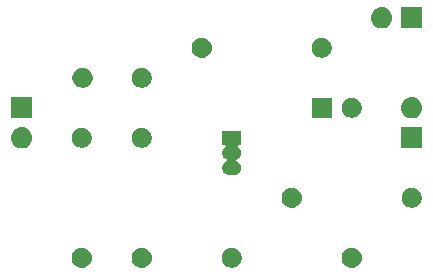
<source format=gbr>
G04 #@! TF.GenerationSoftware,KiCad,Pcbnew,(5.1.2-1)-1*
G04 #@! TF.CreationDate,2019-07-20T09:19:37-07:00*
G04 #@! TF.ProjectId,Buffer,42756666-6572-42e6-9b69-6361645f7063,rev?*
G04 #@! TF.SameCoordinates,Original*
G04 #@! TF.FileFunction,Soldermask,Bot*
G04 #@! TF.FilePolarity,Negative*
%FSLAX46Y46*%
G04 Gerber Fmt 4.6, Leading zero omitted, Abs format (unit mm)*
G04 Created by KiCad (PCBNEW (5.1.2-1)-1) date 2019-07-20 09:19:37*
%MOMM*%
%LPD*%
G04 APERTURE LIST*
%ADD10C,0.100000*%
G04 APERTURE END LIST*
D10*
G36*
X157646823Y-98221313D02*
G01*
X157807242Y-98269976D01*
X157874361Y-98305852D01*
X157955078Y-98348996D01*
X158084659Y-98455341D01*
X158191004Y-98584922D01*
X158191005Y-98584924D01*
X158270024Y-98732758D01*
X158318687Y-98893177D01*
X158335117Y-99060000D01*
X158318687Y-99226823D01*
X158270024Y-99387242D01*
X158229477Y-99463100D01*
X158191004Y-99535078D01*
X158084659Y-99664659D01*
X157955078Y-99771004D01*
X157955076Y-99771005D01*
X157807242Y-99850024D01*
X157646823Y-99898687D01*
X157521804Y-99911000D01*
X157438196Y-99911000D01*
X157313177Y-99898687D01*
X157152758Y-99850024D01*
X157004924Y-99771005D01*
X157004922Y-99771004D01*
X156875341Y-99664659D01*
X156768996Y-99535078D01*
X156730523Y-99463100D01*
X156689976Y-99387242D01*
X156641313Y-99226823D01*
X156624883Y-99060000D01*
X156641313Y-98893177D01*
X156689976Y-98732758D01*
X156768995Y-98584924D01*
X156768996Y-98584922D01*
X156875341Y-98455341D01*
X157004922Y-98348996D01*
X157085639Y-98305852D01*
X157152758Y-98269976D01*
X157313177Y-98221313D01*
X157438196Y-98209000D01*
X157521804Y-98209000D01*
X157646823Y-98221313D01*
X157646823Y-98221313D01*
G37*
G36*
X147568228Y-98241703D02*
G01*
X147723100Y-98305853D01*
X147862481Y-98398985D01*
X147981015Y-98517519D01*
X148074147Y-98656900D01*
X148138297Y-98811772D01*
X148171000Y-98976184D01*
X148171000Y-99143816D01*
X148138297Y-99308228D01*
X148074147Y-99463100D01*
X147981015Y-99602481D01*
X147862481Y-99721015D01*
X147723100Y-99814147D01*
X147568228Y-99878297D01*
X147403816Y-99911000D01*
X147236184Y-99911000D01*
X147071772Y-99878297D01*
X146916900Y-99814147D01*
X146777519Y-99721015D01*
X146658985Y-99602481D01*
X146565853Y-99463100D01*
X146501703Y-99308228D01*
X146469000Y-99143816D01*
X146469000Y-98976184D01*
X146501703Y-98811772D01*
X146565853Y-98656900D01*
X146658985Y-98517519D01*
X146777519Y-98398985D01*
X146916900Y-98305853D01*
X147071772Y-98241703D01*
X147236184Y-98209000D01*
X147403816Y-98209000D01*
X147568228Y-98241703D01*
X147568228Y-98241703D01*
G37*
G36*
X139866823Y-98221313D02*
G01*
X140027242Y-98269976D01*
X140094361Y-98305852D01*
X140175078Y-98348996D01*
X140304659Y-98455341D01*
X140411004Y-98584922D01*
X140411005Y-98584924D01*
X140490024Y-98732758D01*
X140538687Y-98893177D01*
X140555117Y-99060000D01*
X140538687Y-99226823D01*
X140490024Y-99387242D01*
X140449477Y-99463100D01*
X140411004Y-99535078D01*
X140304659Y-99664659D01*
X140175078Y-99771004D01*
X140175076Y-99771005D01*
X140027242Y-99850024D01*
X139866823Y-99898687D01*
X139741804Y-99911000D01*
X139658196Y-99911000D01*
X139533177Y-99898687D01*
X139372758Y-99850024D01*
X139224924Y-99771005D01*
X139224922Y-99771004D01*
X139095341Y-99664659D01*
X138988996Y-99535078D01*
X138950523Y-99463100D01*
X138909976Y-99387242D01*
X138861313Y-99226823D01*
X138844883Y-99060000D01*
X138861313Y-98893177D01*
X138909976Y-98732758D01*
X138988995Y-98584924D01*
X138988996Y-98584922D01*
X139095341Y-98455341D01*
X139224922Y-98348996D01*
X139305639Y-98305852D01*
X139372758Y-98269976D01*
X139533177Y-98221313D01*
X139658196Y-98209000D01*
X139741804Y-98209000D01*
X139866823Y-98221313D01*
X139866823Y-98221313D01*
G37*
G36*
X134786823Y-98221313D02*
G01*
X134947242Y-98269976D01*
X135014361Y-98305852D01*
X135095078Y-98348996D01*
X135224659Y-98455341D01*
X135331004Y-98584922D01*
X135331005Y-98584924D01*
X135410024Y-98732758D01*
X135458687Y-98893177D01*
X135475117Y-99060000D01*
X135458687Y-99226823D01*
X135410024Y-99387242D01*
X135369477Y-99463100D01*
X135331004Y-99535078D01*
X135224659Y-99664659D01*
X135095078Y-99771004D01*
X135095076Y-99771005D01*
X134947242Y-99850024D01*
X134786823Y-99898687D01*
X134661804Y-99911000D01*
X134578196Y-99911000D01*
X134453177Y-99898687D01*
X134292758Y-99850024D01*
X134144924Y-99771005D01*
X134144922Y-99771004D01*
X134015341Y-99664659D01*
X133908996Y-99535078D01*
X133870523Y-99463100D01*
X133829976Y-99387242D01*
X133781313Y-99226823D01*
X133764883Y-99060000D01*
X133781313Y-98893177D01*
X133829976Y-98732758D01*
X133908995Y-98584924D01*
X133908996Y-98584922D01*
X134015341Y-98455341D01*
X134144922Y-98348996D01*
X134225639Y-98305852D01*
X134292758Y-98269976D01*
X134453177Y-98221313D01*
X134578196Y-98209000D01*
X134661804Y-98209000D01*
X134786823Y-98221313D01*
X134786823Y-98221313D01*
G37*
G36*
X152566823Y-93141313D02*
G01*
X152727242Y-93189976D01*
X152794361Y-93225852D01*
X152875078Y-93268996D01*
X153004659Y-93375341D01*
X153111004Y-93504922D01*
X153111005Y-93504924D01*
X153190024Y-93652758D01*
X153238687Y-93813177D01*
X153255117Y-93980000D01*
X153238687Y-94146823D01*
X153190024Y-94307242D01*
X153149477Y-94383100D01*
X153111004Y-94455078D01*
X153004659Y-94584659D01*
X152875078Y-94691004D01*
X152875076Y-94691005D01*
X152727242Y-94770024D01*
X152566823Y-94818687D01*
X152441804Y-94831000D01*
X152358196Y-94831000D01*
X152233177Y-94818687D01*
X152072758Y-94770024D01*
X151924924Y-94691005D01*
X151924922Y-94691004D01*
X151795341Y-94584659D01*
X151688996Y-94455078D01*
X151650523Y-94383100D01*
X151609976Y-94307242D01*
X151561313Y-94146823D01*
X151544883Y-93980000D01*
X151561313Y-93813177D01*
X151609976Y-93652758D01*
X151688995Y-93504924D01*
X151688996Y-93504922D01*
X151795341Y-93375341D01*
X151924922Y-93268996D01*
X152005639Y-93225852D01*
X152072758Y-93189976D01*
X152233177Y-93141313D01*
X152358196Y-93129000D01*
X152441804Y-93129000D01*
X152566823Y-93141313D01*
X152566823Y-93141313D01*
G37*
G36*
X162808228Y-93161703D02*
G01*
X162963100Y-93225853D01*
X163102481Y-93318985D01*
X163221015Y-93437519D01*
X163314147Y-93576900D01*
X163378297Y-93731772D01*
X163411000Y-93896184D01*
X163411000Y-94063816D01*
X163378297Y-94228228D01*
X163314147Y-94383100D01*
X163221015Y-94522481D01*
X163102481Y-94641015D01*
X162963100Y-94734147D01*
X162808228Y-94798297D01*
X162643816Y-94831000D01*
X162476184Y-94831000D01*
X162311772Y-94798297D01*
X162156900Y-94734147D01*
X162017519Y-94641015D01*
X161898985Y-94522481D01*
X161805853Y-94383100D01*
X161741703Y-94228228D01*
X161709000Y-94063816D01*
X161709000Y-93896184D01*
X161741703Y-93731772D01*
X161805853Y-93576900D01*
X161898985Y-93437519D01*
X162017519Y-93318985D01*
X162156900Y-93225853D01*
X162311772Y-93161703D01*
X162476184Y-93129000D01*
X162643816Y-93129000D01*
X162808228Y-93161703D01*
X162808228Y-93161703D01*
G37*
G36*
X148121000Y-89476000D02*
G01*
X147956660Y-89476000D01*
X147932274Y-89478402D01*
X147908825Y-89485515D01*
X147887214Y-89497066D01*
X147868272Y-89512611D01*
X147852727Y-89531553D01*
X147841176Y-89553164D01*
X147834063Y-89576613D01*
X147831661Y-89600999D01*
X147834063Y-89625385D01*
X147841176Y-89648834D01*
X147852727Y-89670445D01*
X147868272Y-89689387D01*
X147877345Y-89697609D01*
X147954264Y-89760736D01*
X148026244Y-89848443D01*
X148060429Y-89912399D01*
X148079728Y-89948505D01*
X148079729Y-89948508D01*
X148112666Y-90057084D01*
X148123787Y-90170000D01*
X148112666Y-90282916D01*
X148079729Y-90391492D01*
X148079728Y-90391495D01*
X148060429Y-90427601D01*
X148026244Y-90491557D01*
X147954264Y-90579264D01*
X147866557Y-90651244D01*
X147785141Y-90694761D01*
X147764766Y-90708375D01*
X147747439Y-90725702D01*
X147733826Y-90746076D01*
X147724448Y-90768715D01*
X147719668Y-90792748D01*
X147719668Y-90817252D01*
X147724448Y-90841285D01*
X147733826Y-90863924D01*
X147747440Y-90884299D01*
X147764767Y-90901626D01*
X147785141Y-90915239D01*
X147866557Y-90958756D01*
X147954264Y-91030736D01*
X148026244Y-91118443D01*
X148060429Y-91182399D01*
X148079728Y-91218505D01*
X148079729Y-91218508D01*
X148112666Y-91327084D01*
X148123787Y-91440000D01*
X148112666Y-91552916D01*
X148079729Y-91661492D01*
X148079728Y-91661495D01*
X148060429Y-91697601D01*
X148026244Y-91761557D01*
X147954264Y-91849264D01*
X147866557Y-91921244D01*
X147802601Y-91955429D01*
X147766495Y-91974728D01*
X147766492Y-91974729D01*
X147657916Y-92007666D01*
X147573298Y-92016000D01*
X147066702Y-92016000D01*
X146982084Y-92007666D01*
X146873508Y-91974729D01*
X146873505Y-91974728D01*
X146837399Y-91955429D01*
X146773443Y-91921244D01*
X146685736Y-91849264D01*
X146613756Y-91761557D01*
X146579571Y-91697601D01*
X146560272Y-91661495D01*
X146560271Y-91661492D01*
X146527334Y-91552916D01*
X146516213Y-91440000D01*
X146527334Y-91327084D01*
X146560271Y-91218508D01*
X146560272Y-91218505D01*
X146579571Y-91182399D01*
X146613756Y-91118443D01*
X146685736Y-91030736D01*
X146773443Y-90958756D01*
X146854859Y-90915239D01*
X146875234Y-90901625D01*
X146892561Y-90884298D01*
X146906174Y-90863924D01*
X146915552Y-90841285D01*
X146920332Y-90817252D01*
X146920332Y-90792748D01*
X146915552Y-90768715D01*
X146906174Y-90746076D01*
X146892560Y-90725701D01*
X146875233Y-90708374D01*
X146854859Y-90694761D01*
X146773443Y-90651244D01*
X146685736Y-90579264D01*
X146613756Y-90491557D01*
X146579571Y-90427601D01*
X146560272Y-90391495D01*
X146560271Y-90391492D01*
X146527334Y-90282916D01*
X146516213Y-90170000D01*
X146527334Y-90057084D01*
X146560271Y-89948508D01*
X146560272Y-89948505D01*
X146579571Y-89912399D01*
X146613756Y-89848443D01*
X146685736Y-89760736D01*
X146762646Y-89697617D01*
X146779965Y-89680298D01*
X146793579Y-89659923D01*
X146802957Y-89637284D01*
X146807737Y-89613251D01*
X146807737Y-89588747D01*
X146802957Y-89564714D01*
X146793579Y-89542075D01*
X146779966Y-89521701D01*
X146762639Y-89504374D01*
X146742264Y-89490760D01*
X146719625Y-89481382D01*
X146695592Y-89476602D01*
X146683340Y-89476000D01*
X146519000Y-89476000D01*
X146519000Y-88324000D01*
X148121000Y-88324000D01*
X148121000Y-89476000D01*
X148121000Y-89476000D01*
G37*
G36*
X129650443Y-88005519D02*
G01*
X129716627Y-88012037D01*
X129886466Y-88063557D01*
X130042991Y-88147222D01*
X130078729Y-88176552D01*
X130180186Y-88259814D01*
X130232861Y-88324000D01*
X130292778Y-88397009D01*
X130376443Y-88553534D01*
X130427963Y-88723373D01*
X130445359Y-88900000D01*
X130427963Y-89076627D01*
X130376443Y-89246466D01*
X130292778Y-89402991D01*
X130263448Y-89438729D01*
X130180186Y-89540186D01*
X130078729Y-89623448D01*
X130042991Y-89652778D01*
X129886466Y-89736443D01*
X129716627Y-89787963D01*
X129650443Y-89794481D01*
X129584260Y-89801000D01*
X129495740Y-89801000D01*
X129429557Y-89794481D01*
X129363373Y-89787963D01*
X129193534Y-89736443D01*
X129037009Y-89652778D01*
X129001271Y-89623448D01*
X128899814Y-89540186D01*
X128816552Y-89438729D01*
X128787222Y-89402991D01*
X128703557Y-89246466D01*
X128652037Y-89076627D01*
X128634641Y-88900000D01*
X128652037Y-88723373D01*
X128703557Y-88553534D01*
X128787222Y-88397009D01*
X128847139Y-88324000D01*
X128899814Y-88259814D01*
X129001271Y-88176552D01*
X129037009Y-88147222D01*
X129193534Y-88063557D01*
X129363373Y-88012037D01*
X129429557Y-88005519D01*
X129495740Y-87999000D01*
X129584260Y-87999000D01*
X129650443Y-88005519D01*
X129650443Y-88005519D01*
G37*
G36*
X163461000Y-89801000D02*
G01*
X161659000Y-89801000D01*
X161659000Y-87999000D01*
X163461000Y-87999000D01*
X163461000Y-89801000D01*
X163461000Y-89801000D01*
G37*
G36*
X139948228Y-88081703D02*
G01*
X140103100Y-88145853D01*
X140242481Y-88238985D01*
X140361015Y-88357519D01*
X140454147Y-88496900D01*
X140518297Y-88651772D01*
X140551000Y-88816184D01*
X140551000Y-88983816D01*
X140518297Y-89148228D01*
X140454147Y-89303100D01*
X140361015Y-89442481D01*
X140242481Y-89561015D01*
X140103100Y-89654147D01*
X139948228Y-89718297D01*
X139783816Y-89751000D01*
X139616184Y-89751000D01*
X139451772Y-89718297D01*
X139296900Y-89654147D01*
X139157519Y-89561015D01*
X139038985Y-89442481D01*
X138945853Y-89303100D01*
X138881703Y-89148228D01*
X138849000Y-88983816D01*
X138849000Y-88816184D01*
X138881703Y-88651772D01*
X138945853Y-88496900D01*
X139038985Y-88357519D01*
X139157519Y-88238985D01*
X139296900Y-88145853D01*
X139451772Y-88081703D01*
X139616184Y-88049000D01*
X139783816Y-88049000D01*
X139948228Y-88081703D01*
X139948228Y-88081703D01*
G37*
G36*
X134868228Y-88081703D02*
G01*
X135023100Y-88145853D01*
X135162481Y-88238985D01*
X135281015Y-88357519D01*
X135374147Y-88496900D01*
X135438297Y-88651772D01*
X135471000Y-88816184D01*
X135471000Y-88983816D01*
X135438297Y-89148228D01*
X135374147Y-89303100D01*
X135281015Y-89442481D01*
X135162481Y-89561015D01*
X135023100Y-89654147D01*
X134868228Y-89718297D01*
X134703816Y-89751000D01*
X134536184Y-89751000D01*
X134371772Y-89718297D01*
X134216900Y-89654147D01*
X134077519Y-89561015D01*
X133958985Y-89442481D01*
X133865853Y-89303100D01*
X133801703Y-89148228D01*
X133769000Y-88983816D01*
X133769000Y-88816184D01*
X133801703Y-88651772D01*
X133865853Y-88496900D01*
X133958985Y-88357519D01*
X134077519Y-88238985D01*
X134216900Y-88145853D01*
X134371772Y-88081703D01*
X134536184Y-88049000D01*
X134703816Y-88049000D01*
X134868228Y-88081703D01*
X134868228Y-88081703D01*
G37*
G36*
X162670442Y-85465518D02*
G01*
X162736627Y-85472037D01*
X162906466Y-85523557D01*
X163062991Y-85607222D01*
X163098729Y-85636552D01*
X163200186Y-85719814D01*
X163280369Y-85817519D01*
X163312778Y-85857009D01*
X163396443Y-86013534D01*
X163447963Y-86183373D01*
X163465359Y-86360000D01*
X163447963Y-86536627D01*
X163396443Y-86706466D01*
X163312778Y-86862991D01*
X163283448Y-86898729D01*
X163200186Y-87000186D01*
X163098729Y-87083448D01*
X163062991Y-87112778D01*
X162906466Y-87196443D01*
X162736627Y-87247963D01*
X162670442Y-87254482D01*
X162604260Y-87261000D01*
X162515740Y-87261000D01*
X162449558Y-87254482D01*
X162383373Y-87247963D01*
X162213534Y-87196443D01*
X162057009Y-87112778D01*
X162021271Y-87083448D01*
X161919814Y-87000186D01*
X161836552Y-86898729D01*
X161807222Y-86862991D01*
X161723557Y-86706466D01*
X161672037Y-86536627D01*
X161654641Y-86360000D01*
X161672037Y-86183373D01*
X161723557Y-86013534D01*
X161807222Y-85857009D01*
X161839631Y-85817519D01*
X161919814Y-85719814D01*
X162021271Y-85636552D01*
X162057009Y-85607222D01*
X162213534Y-85523557D01*
X162383373Y-85472037D01*
X162449558Y-85465518D01*
X162515740Y-85459000D01*
X162604260Y-85459000D01*
X162670442Y-85465518D01*
X162670442Y-85465518D01*
G37*
G36*
X130441000Y-87261000D02*
G01*
X128639000Y-87261000D01*
X128639000Y-85459000D01*
X130441000Y-85459000D01*
X130441000Y-87261000D01*
X130441000Y-87261000D01*
G37*
G36*
X157728228Y-85541703D02*
G01*
X157883100Y-85605853D01*
X158022481Y-85698985D01*
X158141015Y-85817519D01*
X158234147Y-85956900D01*
X158298297Y-86111772D01*
X158331000Y-86276184D01*
X158331000Y-86443816D01*
X158298297Y-86608228D01*
X158234147Y-86763100D01*
X158141015Y-86902481D01*
X158022481Y-87021015D01*
X157883100Y-87114147D01*
X157728228Y-87178297D01*
X157563816Y-87211000D01*
X157396184Y-87211000D01*
X157231772Y-87178297D01*
X157076900Y-87114147D01*
X156937519Y-87021015D01*
X156818985Y-86902481D01*
X156725853Y-86763100D01*
X156661703Y-86608228D01*
X156629000Y-86443816D01*
X156629000Y-86276184D01*
X156661703Y-86111772D01*
X156725853Y-85956900D01*
X156818985Y-85817519D01*
X156937519Y-85698985D01*
X157076900Y-85605853D01*
X157231772Y-85541703D01*
X157396184Y-85509000D01*
X157563816Y-85509000D01*
X157728228Y-85541703D01*
X157728228Y-85541703D01*
G37*
G36*
X155831000Y-87211000D02*
G01*
X154129000Y-87211000D01*
X154129000Y-85509000D01*
X155831000Y-85509000D01*
X155831000Y-87211000D01*
X155831000Y-87211000D01*
G37*
G36*
X139948228Y-83001703D02*
G01*
X140103100Y-83065853D01*
X140242481Y-83158985D01*
X140361015Y-83277519D01*
X140454147Y-83416900D01*
X140518297Y-83571772D01*
X140551000Y-83736184D01*
X140551000Y-83903816D01*
X140518297Y-84068228D01*
X140454147Y-84223100D01*
X140361015Y-84362481D01*
X140242481Y-84481015D01*
X140103100Y-84574147D01*
X139948228Y-84638297D01*
X139783816Y-84671000D01*
X139616184Y-84671000D01*
X139451772Y-84638297D01*
X139296900Y-84574147D01*
X139157519Y-84481015D01*
X139038985Y-84362481D01*
X138945853Y-84223100D01*
X138881703Y-84068228D01*
X138849000Y-83903816D01*
X138849000Y-83736184D01*
X138881703Y-83571772D01*
X138945853Y-83416900D01*
X139038985Y-83277519D01*
X139157519Y-83158985D01*
X139296900Y-83065853D01*
X139451772Y-83001703D01*
X139616184Y-82969000D01*
X139783816Y-82969000D01*
X139948228Y-83001703D01*
X139948228Y-83001703D01*
G37*
G36*
X134948228Y-83001703D02*
G01*
X135103100Y-83065853D01*
X135242481Y-83158985D01*
X135361015Y-83277519D01*
X135454147Y-83416900D01*
X135518297Y-83571772D01*
X135551000Y-83736184D01*
X135551000Y-83903816D01*
X135518297Y-84068228D01*
X135454147Y-84223100D01*
X135361015Y-84362481D01*
X135242481Y-84481015D01*
X135103100Y-84574147D01*
X134948228Y-84638297D01*
X134783816Y-84671000D01*
X134616184Y-84671000D01*
X134451772Y-84638297D01*
X134296900Y-84574147D01*
X134157519Y-84481015D01*
X134038985Y-84362481D01*
X133945853Y-84223100D01*
X133881703Y-84068228D01*
X133849000Y-83903816D01*
X133849000Y-83736184D01*
X133881703Y-83571772D01*
X133945853Y-83416900D01*
X134038985Y-83277519D01*
X134157519Y-83158985D01*
X134296900Y-83065853D01*
X134451772Y-83001703D01*
X134616184Y-82969000D01*
X134783816Y-82969000D01*
X134948228Y-83001703D01*
X134948228Y-83001703D01*
G37*
G36*
X144946823Y-80441313D02*
G01*
X145107242Y-80489976D01*
X145174361Y-80525852D01*
X145255078Y-80568996D01*
X145384659Y-80675341D01*
X145491004Y-80804922D01*
X145491005Y-80804924D01*
X145570024Y-80952758D01*
X145618687Y-81113177D01*
X145635117Y-81280000D01*
X145618687Y-81446823D01*
X145570024Y-81607242D01*
X145529477Y-81683100D01*
X145491004Y-81755078D01*
X145384659Y-81884659D01*
X145255078Y-81991004D01*
X145255076Y-81991005D01*
X145107242Y-82070024D01*
X144946823Y-82118687D01*
X144821804Y-82131000D01*
X144738196Y-82131000D01*
X144613177Y-82118687D01*
X144452758Y-82070024D01*
X144304924Y-81991005D01*
X144304922Y-81991004D01*
X144175341Y-81884659D01*
X144068996Y-81755078D01*
X144030523Y-81683100D01*
X143989976Y-81607242D01*
X143941313Y-81446823D01*
X143924883Y-81280000D01*
X143941313Y-81113177D01*
X143989976Y-80952758D01*
X144068995Y-80804924D01*
X144068996Y-80804922D01*
X144175341Y-80675341D01*
X144304922Y-80568996D01*
X144385639Y-80525852D01*
X144452758Y-80489976D01*
X144613177Y-80441313D01*
X144738196Y-80429000D01*
X144821804Y-80429000D01*
X144946823Y-80441313D01*
X144946823Y-80441313D01*
G37*
G36*
X155188228Y-80461703D02*
G01*
X155343100Y-80525853D01*
X155482481Y-80618985D01*
X155601015Y-80737519D01*
X155694147Y-80876900D01*
X155758297Y-81031772D01*
X155791000Y-81196184D01*
X155791000Y-81363816D01*
X155758297Y-81528228D01*
X155694147Y-81683100D01*
X155601015Y-81822481D01*
X155482481Y-81941015D01*
X155343100Y-82034147D01*
X155188228Y-82098297D01*
X155023816Y-82131000D01*
X154856184Y-82131000D01*
X154691772Y-82098297D01*
X154536900Y-82034147D01*
X154397519Y-81941015D01*
X154278985Y-81822481D01*
X154185853Y-81683100D01*
X154121703Y-81528228D01*
X154089000Y-81363816D01*
X154089000Y-81196184D01*
X154121703Y-81031772D01*
X154185853Y-80876900D01*
X154278985Y-80737519D01*
X154397519Y-80618985D01*
X154536900Y-80525853D01*
X154691772Y-80461703D01*
X154856184Y-80429000D01*
X155023816Y-80429000D01*
X155188228Y-80461703D01*
X155188228Y-80461703D01*
G37*
G36*
X160130443Y-77845519D02*
G01*
X160196627Y-77852037D01*
X160366466Y-77903557D01*
X160522991Y-77987222D01*
X160558729Y-78016552D01*
X160660186Y-78099814D01*
X160743448Y-78201271D01*
X160772778Y-78237009D01*
X160856443Y-78393534D01*
X160907963Y-78563373D01*
X160925359Y-78740000D01*
X160907963Y-78916627D01*
X160856443Y-79086466D01*
X160772778Y-79242991D01*
X160743448Y-79278729D01*
X160660186Y-79380186D01*
X160558729Y-79463448D01*
X160522991Y-79492778D01*
X160366466Y-79576443D01*
X160196627Y-79627963D01*
X160130442Y-79634482D01*
X160064260Y-79641000D01*
X159975740Y-79641000D01*
X159909558Y-79634482D01*
X159843373Y-79627963D01*
X159673534Y-79576443D01*
X159517009Y-79492778D01*
X159481271Y-79463448D01*
X159379814Y-79380186D01*
X159296552Y-79278729D01*
X159267222Y-79242991D01*
X159183557Y-79086466D01*
X159132037Y-78916627D01*
X159114641Y-78740000D01*
X159132037Y-78563373D01*
X159183557Y-78393534D01*
X159267222Y-78237009D01*
X159296552Y-78201271D01*
X159379814Y-78099814D01*
X159481271Y-78016552D01*
X159517009Y-77987222D01*
X159673534Y-77903557D01*
X159843373Y-77852037D01*
X159909557Y-77845519D01*
X159975740Y-77839000D01*
X160064260Y-77839000D01*
X160130443Y-77845519D01*
X160130443Y-77845519D01*
G37*
G36*
X163461000Y-79641000D02*
G01*
X161659000Y-79641000D01*
X161659000Y-77839000D01*
X163461000Y-77839000D01*
X163461000Y-79641000D01*
X163461000Y-79641000D01*
G37*
M02*

</source>
